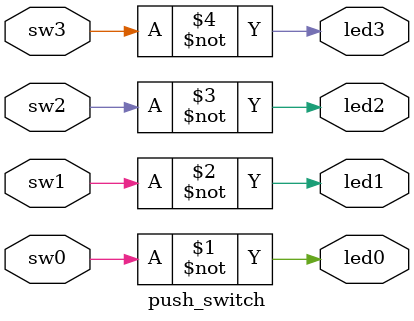
<source format=v>

module push_switch (
    // LEDs (active-low)
    output wire led0,       // LED 1
    output wire led1,       // LED 2
    output wire led2,       // LED 3
    output wire led3,       // LED 4
    // Switches (active-high)
    input  wire sw0,        // Switch 1
    input  wire sw1,        // Switch 2
    input  wire sw2,        // Switch 3
    input  wire sw3         // Switch 4
);

    // Invert: switch HIGH (pressed) → LED LOW (on)
    assign led0 = ~sw0;
    assign led1 = ~sw1;
    assign led2 = ~sw2;
    assign led3 = ~sw3;

endmodule

</source>
